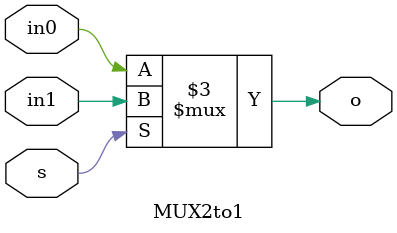
<source format=v>
module MUX2to1(in1,in0,s,o);

    input in1,in0,s;
    output reg o; 
    
    always @ (in1, in0, s)
        if (s)
            o = in1;
        else
            o = in0;
endmodule

// always @ (in1 or in0 or s)
// always @ (*)

</source>
